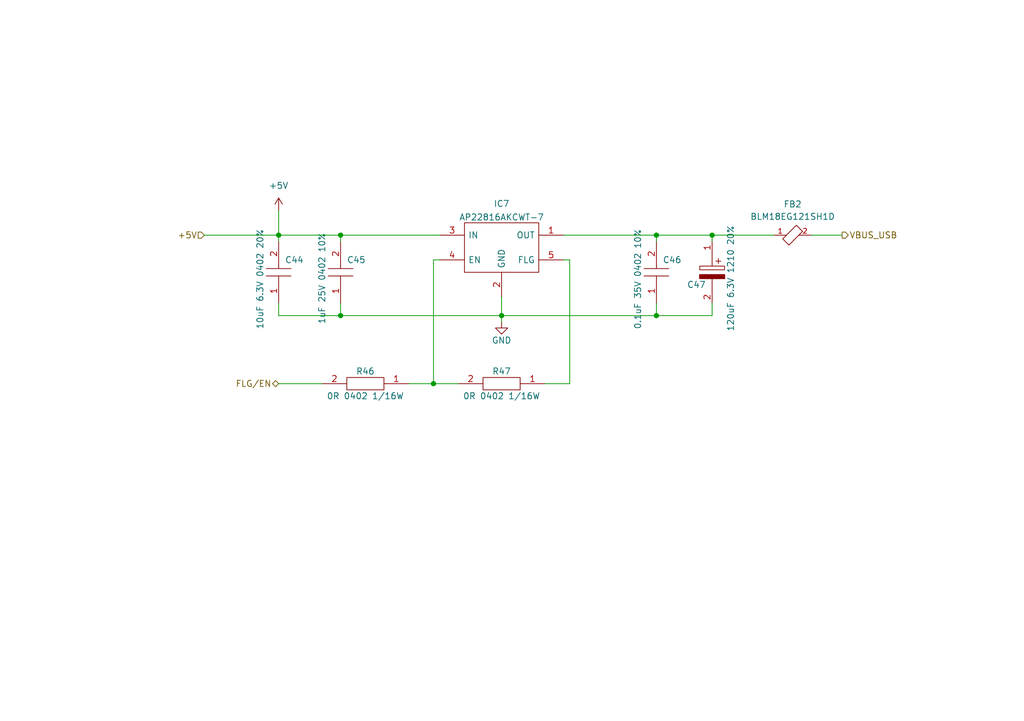
<source format=kicad_sch>
(kicad_sch (version 20230121) (generator eeschema)
  (paper "A5")
  (title_block (title "AP22816AKCWT-7") (date "2021-12-26"))
  (lib_symbols
    (symbol "AP22816AKCWT-7_1" (pin_names (offset 0.762))
      (property "Reference" "IC" (at 21.59 7.62 0))
      (property "Value" "AP22816AKCWT-7_1" (at 21.59 5.08 0))
      (symbol "AP22816AKCWT-7_1_0_0"
        (pin passive line (at 25.4 0 180) (length 5.08) (name "OUT") (number "1"))
        (pin passive line (at 12.7 -12.7 90) (length 5.08) (name "GND") (number "2"))
        (pin passive line (at 0 0 0) (length 5.08) (name "IN") (number "3"))
        (pin passive line (at 0 -5.08 0) (length 5.08) (name "EN") (number "4"))
        (pin passive line (at 25.4 -5.08 180) (length 5.08) (name "FLG") (number "5"))
      )
      (symbol "AP22816AKCWT-7_1_0_1"
        (polyline (pts (xy 5.08 2.54) (xy 20.32 2.54) (xy 20.32 -7.62) (xy 5.08 -7.62) (xy 5.08 2.54)) (stroke (width 0.1524)))
      )
    )
    (symbol "power:+5V" (power) (pin_names (offset 0))
      (property "Value" "+5V" (at 0 3.556 0))
      (symbol "+5V_0_1"
        (polyline (pts (xy -0.762 1.27) (xy 0 2.54)))
        (polyline (pts (xy 0 0) (xy 0 2.54)))
        (polyline (pts (xy 0 2.54) (xy 0.762 1.27)))
      )
      (symbol "+5V_1_1"
        (pin power_in line (at 0 0 90) (length 0) hide (name "+5V") (number "1"))
      )
    )
    (symbol "power:GND" (power) (pin_names (offset 0))
      (property "Value" "GND" (at 0 -3.81 0))
      (symbol "GND_0_1"
        (polyline (pts (xy 0 0) (xy 0 -1.27) (xy 1.27 -1.27) (xy 0 -2.54) (xy -1.27 -1.27) (xy 0 -1.27)))
      )
      (symbol "GND_1_1"
        (pin power_in line (at 0 0 270) (length 0) hide (name "GND") (number "1"))
      )
    )
    (symbol "usb_to_lan:6TPE120MAZB" (pin_names (offset 0.762))
      (property "Reference" "C" (at 8.89 6.35 0))
      (property "Value" "6TPE120MAZB" (at 8.89 3.81 0))
      (symbol "6TPE120MAZB_0_0"
        (pin passive line (at 0 0 0) (length 2.54) (name "~") (number "1"))
        (pin passive line (at 12.7 0 180) (length 2.54) (name "~") (number "2"))
      )
      (symbol "6TPE120MAZB_0_1"
        (polyline (pts (xy 2.54 0) (xy 5.08 0)) (stroke (width 0.1524)))
        (polyline (pts (xy 4.064 1.778) (xy 4.064 0.762)) (stroke (width 0.1524)))
        (polyline (pts (xy 4.572 1.27) (xy 3.556 1.27)) (stroke (width 0.1524)))
        (polyline (pts (xy 7.62 0) (xy 10.16 0)) (stroke (width 0.1524)))
        (polyline (pts (xy 5.08 2.54) (xy 5.08 -2.54) (xy 5.842 -2.54) (xy 5.842 2.54) (xy 5.08 2.54)) (stroke (width 0.1524)))
        (polyline (pts (xy 7.62 2.54) (xy 7.62 -2.54) (xy 6.858 -2.54) (xy 6.858 2.54) (xy 7.62 2.54)) (stroke (width 0.254)) (fill (type outline)))
      )
    )
    (symbol "usb_to_lan:BLM18EG121SH1D" (pin_names (offset 0.762))
      (property "Reference" "FB" (at 16.51 7.62 0))
      (property "Value" "BLM18EG121SH1D" (at 16.51 5.08 0))
      (symbol "BLM18EG121SH1D_1_1"
        (polyline (pts (xy 10.668 10.668) (xy 13.462 13.462)))
        (polyline (pts (xy 11.938 9.398) (xy 10.668 10.668)))
        (polyline (pts (xy 11.938 9.398) (xy 14.732 12.192)))
        (polyline (pts (xy 13.462 13.462) (xy 14.732 12.192)))
        (pin passive line (at 8.89 11.43 0) (length 2.54) (name "1") (number "1"))
        (pin passive line (at 16.51 11.43 180) (length 2.54) (name "2") (number "2"))
      )
    )
    (symbol "usb_to_lan:CGA2B3X7R1V104K050BB" (pin_names (offset 0.762))
      (property "Reference" "C" (at 8.89 6.35 0))
      (property "Value" "CGA2B3X7R1V104K050BB" (at 8.89 3.81 0))
      (symbol "CGA2B3X7R1V104K050BB_0_0"
        (pin passive line (at 0 0 0) (length 5.08) (name "~") (number "1"))
        (pin passive line (at 12.7 0 180) (length 5.08) (name "~") (number "2"))
      )
      (symbol "CGA2B3X7R1V104K050BB_0_1"
        (polyline (pts (xy 5.08 0) (xy 5.588 0)) (stroke (width 0.1524)))
        (polyline (pts (xy 5.588 2.54) (xy 5.588 -2.54)) (stroke (width 0.1524)))
        (polyline (pts (xy 7.112 0) (xy 7.62 0)) (stroke (width 0.1524)))
        (polyline (pts (xy 7.112 2.54) (xy 7.112 -2.54)) (stroke (width 0.1524)))
      )
    )
    (symbol "usb_to_lan:CRCW04020000ZSTD" (pin_names (offset 0.762))
      (property "Reference" "R" (at 13.97 6.35 0))
      (property "Value" "CRCW04020000ZSTD" (at 13.97 3.81 0))
      (symbol "CRCW04020000ZSTD_0_0"
        (pin passive line (at 0 0 0) (length 5.08) (name "~") (number "1"))
        (pin passive line (at 17.78 0 180) (length 5.08) (name "~") (number "2"))
      )
      (symbol "CRCW04020000ZSTD_0_1"
        (polyline (pts (xy 5.08 1.27) (xy 12.7 1.27) (xy 12.7 -1.27) (xy 5.08 -1.27) (xy 5.08 1.27)) (stroke (width 0.1524)))
      )
    )
    (symbol "usb_to_lan:GRM155R60J106ME15D" (pin_names (offset 0.762))
      (property "Reference" "C" (at 8.89 6.35 0))
      (property "Value" "GRM155R60J106ME15D" (at 8.89 3.81 0))
      (symbol "GRM155R60J106ME15D_0_0"
        (pin passive line (at 0 0 0) (length 5.08) (name "~") (number "1"))
        (pin passive line (at 12.7 0 180) (length 5.08) (name "~") (number "2"))
      )
      (symbol "GRM155R60J106ME15D_0_1"
        (polyline (pts (xy 5.08 0) (xy 5.588 0)) (stroke (width 0.1524)))
        (polyline (pts (xy 5.588 2.54) (xy 5.588 -2.54)) (stroke (width 0.1524)))
        (polyline (pts (xy 7.112 0) (xy 7.62 0)) (stroke (width 0.1524)))
        (polyline (pts (xy 7.112 2.54) (xy 7.112 -2.54)) (stroke (width 0.1524)))
      )
    )
    (symbol "usb_to_lan:GRM155R61E105KA12D" (pin_names (offset 0.762))
      (property "Reference" "C" (at 8.89 6.35 0))
      (property "Value" "GRM155R61E105KA12D" (at 8.89 3.81 0))
      (symbol "GRM155R61E105KA12D_0_0"
        (pin passive line (at 0 0 0) (length 5.08) (name "~") (number "1"))
        (pin passive line (at 12.7 0 180) (length 5.08) (name "~") (number "2"))
      )
      (symbol "GRM155R61E105KA12D_0_1"
        (polyline (pts (xy 5.08 0) (xy 5.588 0)) (stroke (width 0.1524)))
        (polyline (pts (xy 5.588 2.54) (xy 5.588 -2.54)) (stroke (width 0.1524)))
        (polyline (pts (xy 7.112 0) (xy 7.62 0)) (stroke (width 0.1524)))
        (polyline (pts (xy 7.112 2.54) (xy 7.112 -2.54)) (stroke (width 0.1524)))
      )
    )
  )
  (junction (at 57.15 48.26))
  (junction (at 134.62 64.77))
  (junction (at 88.9 78.74))
  (junction (at 146.05 48.26))
  (junction (at 102.87 64.77))
  (junction (at 134.62 48.26))
  (junction (at 69.85 48.26))
  (junction (at 69.85 64.77))
  (wire (pts (xy 57.15 78.74) (xy 66.04 78.74)))
  (wire (pts (xy 90.17 48.26) (xy 69.85 48.26)))
  (wire (pts (xy 146.05 64.77) (xy 134.62 64.77)))
  (wire (pts (xy 146.05 48.26) (xy 158.75 48.26)))
  (wire (pts (xy 57.15 43.18) (xy 57.15 48.26)))
  (wire (pts (xy 57.15 48.26) (xy 69.85 48.26)))
  (wire (pts (xy 41.91 48.26) (xy 57.15 48.26)))
  (wire (pts (xy 102.87 60.96) (xy 102.87 64.77)))
  (wire (pts (xy 57.15 49.53) (xy 57.15 48.26)))
  (wire (pts (xy 134.62 64.77) (xy 102.87 64.77)))
  (wire (pts (xy 146.05 62.23) (xy 146.05 64.77)))
  (wire (pts (xy 115.57 48.26) (xy 134.62 48.26)))
  (wire (pts (xy 83.82 78.74) (xy 88.9 78.74)))
  (wire (pts (xy 146.05 48.26) (xy 134.62 48.26)))
  (wire (pts (xy 166.37 48.26) (xy 172.72 48.26)))
  (wire (pts (xy 134.62 48.26) (xy 134.62 49.53)))
  (wire (pts (xy 116.84 78.74) (xy 111.76 78.74)))
  (wire (pts (xy 90.17 53.34) (xy 88.9 53.34)))
  (wire (pts (xy 69.85 62.23) (xy 69.85 64.77)))
  (wire (pts (xy 116.84 53.34) (xy 116.84 78.74)))
  (wire (pts (xy 88.9 78.74) (xy 93.98 78.74)))
  (wire (pts (xy 115.57 53.34) (xy 116.84 53.34)))
  (wire (pts (xy 69.85 64.77) (xy 57.15 64.77)))
  (wire (pts (xy 57.15 64.77) (xy 57.15 62.23)))
  (wire (pts (xy 102.87 64.77) (xy 102.87 66.04)))
  (wire (pts (xy 69.85 48.26) (xy 69.85 49.53)))
  (wire (pts (xy 88.9 53.34) (xy 88.9 78.74)))
  (wire (pts (xy 102.87 64.77) (xy 69.85 64.77)))
  (wire (pts (xy 134.62 62.23) (xy 134.62 64.77)))
  (wire (pts (xy 146.05 49.53) (xy 146.05 48.26)))
  (hierarchical_label "VBUS_USB" (shape output) (at 172.72 48.26 0))
  (hierarchical_label "FLG{slash}EN" (shape bidirectional) (at 57.15 78.74 180))
  (hierarchical_label "+5V" (shape input) (at 41.91 48.26 180))
  (symbol (lib_id "power:GND") (at 102.87 66.04 0) (unit 1)
    (property "Reference" "#PWR037" (effects hide))
    (property "Value" "GND" (at 102.87 69.85 0))
    (instances (project "cf33_dock" (path "" (reference "#PWR037") (unit 1)) (path "" (reference "#PWR024") (unit 1)) (path "" (reference "#PWR044") (unit 1)) (path "" (reference "#PWR042") (unit 1))))
  )
  (symbol (lib_id "power:+5V") (at 57.15 43.18 0) (unit 1)
    (property "Reference" "#PWR036" (effects hide))
    (property "Value" "+5V" (at 57.15 38.1 0))
    (instances (project "cf33_dock" (path "" (reference "#PWR036") (unit 1)) (path "" (reference "#PWR023") (unit 1)) (path "" (reference "#PWR043") (unit 1)) (path "" (reference "#PWR041") (unit 1))))
  )
  (symbol (lib_id "usb_to_lan:CGA2B3X7R1V104K050BB") (at 134.62 62.23 90) (unit 1)
    (property "Reference" "C46" (at 135.89 53.34 90) (effects (justify right)))
    (property "Value" "0.1uF 35V 0402 10%" (at 130.81 46.99 0) (effects (justify right)))
    (property "Footprint" "C_0402_1005Metric" (effects hide))
    (property "Datasheet" "https://datasheet.datasheetarchive.com/originals/distributors/Datasheets-DGA20/25667.pdf" (effects hide))
    (property "Description" "Capacitor Auto CGA 0402 35V 100nF X7R" (effects hide))
    (property "Height" "0.55" (effects hide))
    (property "Manufacturer_Name" "TDK" (effects hide))
    (property "Manufacturer_Part_Number" "CGA2B3X7R1V104K050BB" (effects hide))
    (property "Mouser Part Number" "810-CGA2B3X7R1V104K" (effects hide))
    (property "Mouser Price/Stock" "https://www.mouser.co.uk/ProductDetail/TDK/CGA2B3X7R1V104K050BB?qs=NRhsANhppD%252Bp9zWDEim%2FoA%3D%3D" (effects hide))
    (property "Arrow Part Number" "CGA2B3X7R1V104K050BB" (effects hide))
    (property "Arrow Price/Stock" "https://www.arrow.com/en/products/cga2b3x7r1v104k050bb/tdk?region=nac" (effects hide))
    (instances (project "cf33_dock" (path "" (reference "C46") (unit 1)) (path "" (reference "C24") (unit 1)) (path "" (reference "C58") (unit 1)) (path "" (reference "C54") (unit 1))))
  )
  (symbol (lib_id "usb_to_lan:CRCW04020000ZSTD") (at 83.82 78.74 180) (unit 1)
    (property "Reference" "R46" (at 74.93 76.2 0))
    (property "Value" "0R 0402 1/16W" (at 74.93 81.28 0))
    (property "Footprint" "R_0402_1005Metric" (effects hide))
    (property "Datasheet" "http://www.vishay.com/docs/20035/dcrcwe3.pdf" (effects hide))
    (property "Description" "VISHAY - CRCW04020000ZSTD - THICK FILM CHIP RESISTOR" (effects hide))
    (property "Height" "0.4" (effects hide))
    (property "Manufacturer_Name" "Vishay" (effects hide))
    (property "Manufacturer_Part_Number" "CRCW04020000ZSTD" (effects hide))
    (property "Mouser Part Number" "71-CRCW0402-0" (effects hide))
    (property "Mouser Price/Stock" "https://www.mouser.co.uk/ProductDetail/Vishay-Dale/CRCW04020000ZSTD?qs=AJvmYBTtL3KlEwrcT6QFfQ%3D%3D" (effects hide))
    (property "Arrow Part Number" "CRCW04020000ZSTD" (effects hide))
    (property "Arrow Price/Stock" "https://www.arrow.com/en/products/crcw04020000zstd/vishay?region=nac" (effects hide))
    (instances (project "cf33_dock" (path "" (reference "R46") (unit 1)) (path "" (reference "R35") (unit 1)) (path "" (reference "R51") (unit 1)) (path "" (reference "R49") (unit 1))))
  )
  (symbol (lib_id "usb_to_lan:BLM18EG121SH1D") (at 149.86 59.69 0) (unit 1)
    (property "Reference" "FB2" (at 162.56 41.91 0))
    (property "Value" "BLM18EG121SH1D" (at 162.56 44.45 0))
    (property "Footprint" "BLM18EG121SH1D" (effects hide))
    (property "Datasheet" "https://www.murata.com/en-us/products/productdetail?partno=BLM18EG121SH1%23" (effects hide))
    (property "Description" "BLM18_H1D Series EMI Suppression Filter 120+/-25% at 100MHz 2A @85" (effects hide))
    (property "Height" "0.95" (effects hide))
    (property "Manufacturer_Name" "Murata Electronics" (effects hide))
    (property "Manufacturer_Part_Number" "BLM18EG121SH1D" (effects hide))
    (property "Mouser Part Number" "81-BLM18EG121SH1D" (effects hide))
    (property "Mouser Price/Stock" "https://www.mouser.co.uk/ProductDetail/Murata-Electronics/BLM18EG121SH1D?qs=%2F%252BYoplLUB5ij2oU7V4fLpA%3D%3D" (effects hide))
    (property "Arrow Part Number" "BLM18EG121SH1D" (effects hide))
    (property "Arrow Price/Stock" "https://www.arrow.com/en/products/blm18eg121sh1d/murata-manufacturing?region=nac" (effects hide))
    (instances (project "cf33_dock" (path "" (reference "FB2") (unit 1)) (path "" (reference "FB1") (unit 1)) (path "" (reference "FB4") (unit 1)) (path "" (reference "FB3") (unit 1))))
  )
  (symbol (lib_id "usb_to_lan:6TPE120MAZB") (at 146.05 49.53 270) (unit 1)
    (property "Reference" "C47" (at 144.78 58.42 90) (effects (justify right)))
    (property "Value" "120uF 6.3V 1210 20%" (at 149.86 57.15 0))
    (property "Footprint" "C_1210_3225Metric" (effects hide))
    (property "Datasheet" "http://industrial.panasonic.com/cdbs/www-data/pdf/AAA8000/AAA8000C36.pdf" (effects hide))
    (property "Description" "Panasonic 120uF SMD Solid Polymer Tantalum Capacitor, 6.3 V dc +/-20%, POSCAP Series" (effects hide))
    (property "Manufacturer_Name" "Panasonic" (effects hide))
    (property "Manufacturer_Part_Number" "6TPE120MAZB" (effects hide))
    (property "Mouser Part Number" "667-6TPE120MAZB" (effects hide))
    (property "Mouser Price/Stock" "https://www.mouser.co.uk/ProductDetail/Panasonic/6TPE120MAZB?qs=OE1iw1LrrPEi5jfqvp13Zw%3D%3D" (effects hide))
    (property "Arrow Part Number" "6TPE120MAZB" (effects hide))
    (property "Arrow Price/Stock" "https://www.arrow.com/en/products/6tpe120mazb/panasonic" (effects hide))
    (instances (project "cf33_dock" (path "" (reference "C47") (unit 1)) (path "" (reference "C25") (unit 1)) (path "" (reference "C59") (unit 1)) (path "" (reference "C55") (unit 1))))
  )
  (symbol (lib_id "usb_to_lan:CRCW04020000ZSTD") (at 111.76 78.74 180) (unit 1)
    (property "Reference" "R47" (at 102.87 76.2 0))
    (property "Value" "0R 0402 1/16W" (at 102.87 81.28 0))
    (property "Footprint" "R_0402_1005Metric" (effects hide))
    (property "Datasheet" "http://www.vishay.com/docs/20035/dcrcwe3.pdf" (effects hide))
    (property "Description" "VISHAY - CRCW04020000ZSTD - THICK FILM CHIP RESISTOR" (effects hide))
    (property "Height" "0.4" (effects hide))
    (property "Manufacturer_Name" "Vishay" (effects hide))
    (property "Manufacturer_Part_Number" "CRCW04020000ZSTD" (effects hide))
    (property "Mouser Part Number" "71-CRCW0402-0" (effects hide))
    (property "Mouser Price/Stock" "https://www.mouser.co.uk/ProductDetail/Vishay-Dale/CRCW04020000ZSTD?qs=AJvmYBTtL3KlEwrcT6QFfQ%3D%3D" (effects hide))
    (property "Arrow Part Number" "CRCW04020000ZSTD" (effects hide))
    (property "Arrow Price/Stock" "https://www.arrow.com/en/products/crcw04020000zstd/vishay?region=nac" (effects hide))
    (instances (project "cf33_dock" (path "" (reference "R47") (unit 1)) (path "" (reference "R36") (unit 1)) (path "" (reference "R52") (unit 1)) (path "" (reference "R50") (unit 1))))
  )
  (symbol (lib_id "usb_to_lan:GRM155R60J106ME15D") (at 57.15 62.23 90) (unit 1)
    (property "Reference" "C44" (at 58.42 53.34 90) (effects (justify right)))
    (property "Value" "10uF 6.3V 0402 20%" (at 53.34 46.99 0) (effects (justify right)))
    (property "Footprint" "C_0402_1005Metric" (effects hide))
    (property "Datasheet" "https://datasheet.datasheetarchive.com/originals/distributors/DKDS42/DSANUWW0047682.pdf" (effects hide))
    (property "Description" "Multilayer Ceramic Capacitors MLCC - SMD/SMT 0402 10uF 6.3volts *Derate Voltage/Temp" (effects hide))
    (property "Height" "0.65" (effects hide))
    (property "Manufacturer_Name" "Murata Electronics" (effects hide))
    (property "Manufacturer_Part_Number" "GRM155R60J106ME15D" (effects hide))
    (property "Mouser Part Number" "81-GRM155R60J106ME5D" (effects hide))
    (property "Mouser Price/Stock" "https://www.mouser.co.uk/ProductDetail/Murata-Electronics/GRM155R60J106ME15D?qs=I53XXhTNm8s65u6%252BR3mHqw%3D%3D" (effects hide))
    (property "Arrow Part Number" "GRM155R60J106ME15D" (effects hide))
    (property "Arrow Price/Stock" "https://www.arrow.com/en/products/grm155r60j106me15d/murata-manufacturing?region=nac" (effects hide))
    (instances (project "cf33_dock" (path "" (reference "C44") (unit 1)) (path "" (reference "C22") (unit 1)) (path "" (reference "C56") (unit 1)) (path "" (reference "C52") (unit 1))))
  )
  (symbol (lib_id "usb_to_lan:GRM155R61E105KA12D") (at 69.85 62.23 90) (unit 1)
    (property "Reference" "C45" (at 71.12 53.34 90) (effects (justify right)))
    (property "Value" "1uF 25V 0402 10%" (at 66.04 57.15 0))
    (property "Footprint" "C_0402_1005Metric" (effects hide))
    (property "Datasheet" "https://psearch.en.murata.com/capacitor/product/GRM155R61E105KA12%23.html" (effects hide))
    (property "Description" "MURATA - GRM155R61E105KA12D - CAP, MLCC, X5R, 1UF, 25V, 0402" (effects hide))
    (property "Height" "0.55" (effects hide))
    (property "Manufacturer_Name" "Murata Electronics" (effects hide))
    (property "Manufacturer_Part_Number" "GRM155R61E105KA12D" (effects hide))
    (property "Mouser Part Number" "81-GRM155R61E105KA2D" (effects hide))
    (property "Mouser Price/Stock" "https://www.mouser.co.uk/ProductDetail/Murata-Electronics/GRM155R61E105KA12D?qs=hiffU4J9V6bE4a81t2Mv5A%3D%3D" (effects hide))
    (property "Arrow Part Number" "GRM155R61E105KA12D" (effects hide))
    (property "Arrow Price/Stock" "https://www.arrow.com/en/products/grm155r61e105ka12d/murata-manufacturing?region=nac" (effects hide))
    (instances (project "cf33_dock" (path "" (reference "C45") (unit 1)) (path "" (reference "C23") (unit 1)) (path "" (reference "C57") (unit 1)) (path "" (reference "C53") (unit 1))))
  )
  (symbol (lib_name "AP22816AKCWT-7_1") (lib_id "usb_to_lan:AP22816AKCWT-7") (at 90.17 48.26 0) (unit 1)
    (property "Reference" "IC7" (at 102.87 41.8043 0))
    (property "Value" "AP22816AKCWT-7" (at 102.87 44.5794 0))
    (property "Footprint" "SOT95P280X100-5N" (effects hide))
    (property "Datasheet" "https://www.diodes.com/assets/Datasheets/AP22816_17_18.pdf" (effects hide))
    (property "Description" "USB Switch ICs USB Power Switch TSOT25 T&R 3K" (effects hide))
    (property "Height" "1" (effects hide))
    (property "Mouser Part Number" "621-AP22816AKCWT-7" (effects hide))
    (property "Mouser Price/Stock" "https://www.mouser.co.uk/ProductDetail/Diodes-Incorporated/AP22816AKCWT-7?qs=7D1LtPJG0i3Up9zghhlj7A%3D%3D" (effects hide))
    (property "Manufacturer_Name" "Diodes Inc." (effects hide))
    (property "Manufacturer_Part_Number" "AP22816AKCWT-7" (effects hide))
    (instances (project "cf33_dock" (path "" (reference "IC7") (unit 1)) (path "" (reference "IC3") (unit 1)) (path "" (reference "IC10") (unit 1)) (path "" (reference "IC9") (unit 1))))
  )
)
</source>
